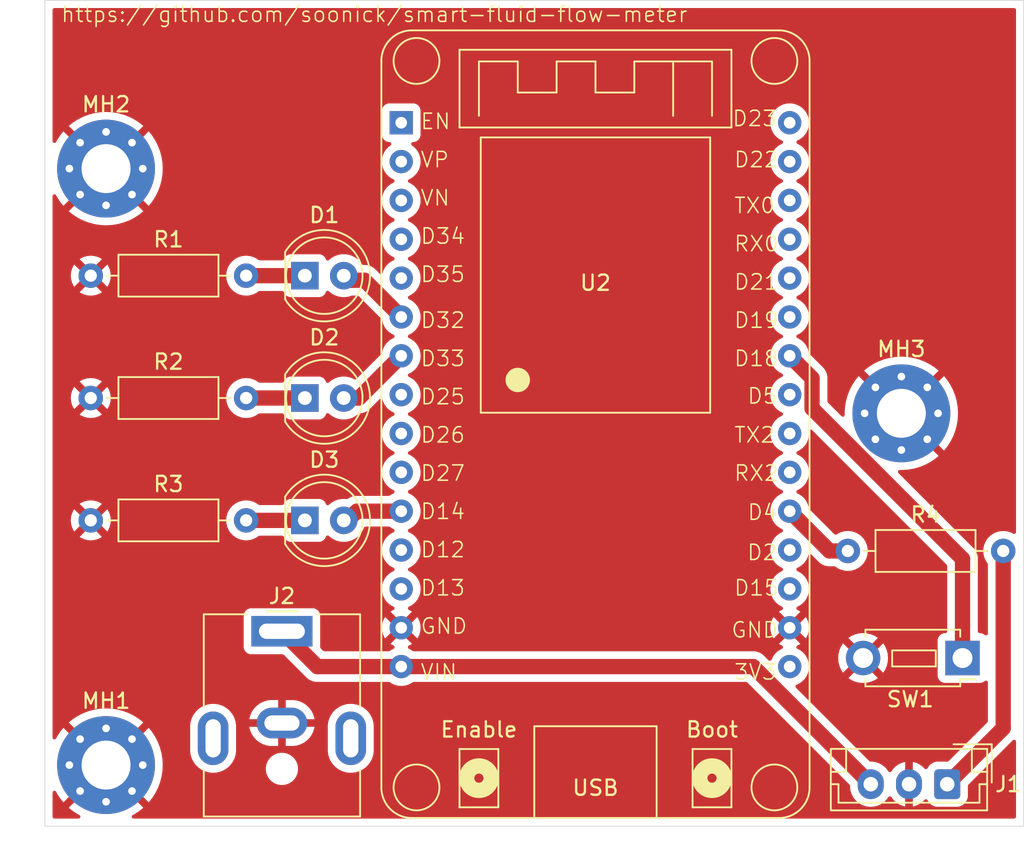
<source format=kicad_pcb>
(kicad_pcb (version 20240108) (generator "pcbnew") (generator_version "8.0")
  (layers (0 "F.Cu" signal) (31 "B.Cu" signal) (36 "B.SilkS" user "B.Silkscreen") (37 "F.SilkS" user "F.Silkscreen") (38 "B.Mask" user) (39 "F.Mask" user) (44 "Edge.Cuts" user))
  (net 0 "")
  (net 1 "0")
  (net 2 "Net-(D1-A)")
  (net 3 "Net-(D1-K)")
  (net 4 "Net-(D2-K)")
  (net 5 "Net-(D2-A)")
  (net 6 "Net-(D3-K)")
  (net 7 "Net-(D3-A)")
  (net 8 "Net-(J1-Pin_1)")
  (net 9 "Net-(U2-D4)")
  (net 10 "Net-(U2-D18)")
  (net 33 "Net-(J1-Pin_3)")
  (footprint "Resistor_THT:R_Axial_DIN0207_L6.3mm_D2.5mm_P10.16mm_Horizontal" (layer "F.Cu") (at 67 68)
    (property "Reference" "R2" (at 5.08 -2.37 0) (layer "F.SilkS"))
    (property "Value" "100")
    (fp_line (start 1.04 0) (end 1.81 0) (stroke (width 0.12)) (layer "F.SilkS"))
    (fp_line (start 1.81 -1.37) (end 1.81 1.37) (stroke (width 0.12)) (layer "F.SilkS"))
    (fp_line (start 1.81 1.37) (end 8.35 1.37) (stroke (width 0.12)) (layer "F.SilkS"))
    (fp_line (start 8.35 -1.37) (end 1.81 -1.37) (stroke (width 0.12)) (layer "F.SilkS"))
    (fp_line (start 8.35 1.37) (end 8.35 -1.37) (stroke (width 0.12)) (layer "F.SilkS"))
    (fp_line (start 9.12 0) (end 8.35 0) (stroke (width 0.12)) (layer "F.SilkS"))
    (pad "1" thru_hole circle (at 0 0) (size 1.6 1.6) (drill 0.8) (layers "*.Cu" "*.Mask") (net 1 "0"))
    (pad "2" thru_hole oval (at 10.16 0) (size 1.6 1.6) (drill 0.8) (layers "*.Cu" "*.Mask") (net 4 "Net-(D2-K)"))
  )
  (footprint "Connector_BarrelJack:BarrelJack_CUI_PJ-063AH_Horizontal" (layer "F.Cu") (at 79.5 83.25)
    (property "Reference" "J2" (at 0 -2.3 0) (layer "F.SilkS"))
    (property "Value" "Barrel_Jack")
    (fp_line (start -5.11 -1.11) (end -2.3 -1.11) (stroke (width 0.12)) (layer "F.SilkS"))
    (fp_line (start -5.11 4.95) (end -5.11 -1.11) (stroke (width 0.12)) (layer "F.SilkS"))
    (fp_line (start -5.11 12.11) (end -5.11 9.05) (stroke (width 0.12)) (layer "F.SilkS"))
    (fp_line (start -1 -1.3) (end 1 -1.3) (stroke (width 0.12)) (layer "F.SilkS"))
    (fp_line (start 2.3 -1.11) (end 5.11 -1.11) (stroke (width 0.12)) (layer "F.SilkS"))
    (fp_line (start 5.11 -1.11) (end 5.11 4.95) (stroke (width 0.12)) (layer "F.SilkS"))
    (fp_line (start 5.11 9.05) (end 5.11 12.11) (stroke (width 0.12)) (layer "F.SilkS"))
    (fp_line (start 5.11 12.11) (end -5.11 12.11) (stroke (width 0.12)) (layer "F.SilkS"))
    (pad "" np_thru_hole circle (at 0 9) (size 1.6 1.6) (drill 1.6) (layers "*.Cu" "*.Mask"))
    (pad "1" thru_hole rect (at 0 0) (size 4 2) (drill oval 3 1) (layers "*.Cu" "*.Mask") (net 33 "Net-(J1-Pin_3)"))
    (pad "2" thru_hole oval (at 0 6) (size 3.3 2) (drill oval 2.3 1) (layers "*.Cu" "*.Mask") (net 1 "0"))
    (pad "MP" thru_hole oval (at -4.5 7) (size 2 3.5) (drill oval 1 2.5) (layers "*.Cu" "*.Mask"))
    (pad "MP" thru_hole oval (at 4.5 7) (size 2 3.5) (drill oval 1 2.5) (layers "*.Cu" "*.Mask"))
  )
  (footprint "Connector_JST:JST_EH_B3B-EH-A_1x03_P2.50mm_Vertical" (layer "F.Cu") (at 123 93.25 180)
    (property "Reference" "J1" (at -4 0 0) (layer "F.SilkS"))
    (property "Value" "YF-S201")
    (fp_line (start 7.61 2.31) (end 7.61 -1.71) (stroke (width 0.12)) (layer "F.SilkS"))
    (fp_line (start 7.61 0.81) (end 6.61 0.81) (stroke (width 0.12)) (layer "F.SilkS"))
    (fp_line (start 7.61 -1.71) (end -2.61 -1.71) (stroke (width 0.12)) (layer "F.SilkS"))
    (fp_line (start 7.11 0) (end 7.61 0) (stroke (width 0.12)) (layer "F.SilkS"))
    (fp_line (start 7.11 -1.21) (end 7.11 0) (stroke (width 0.12)) (layer "F.SilkS"))
    (fp_line (start 6.61 0.81) (end 6.61 2.31) (stroke (width 0.12)) (layer "F.SilkS"))
    (fp_line (start -1.61 0.81) (end -1.61 2.31) (stroke (width 0.12)) (layer "F.SilkS"))
    (fp_line (start -2.11 0) (end -2.11 -1.21) (stroke (width 0.12)) (layer "F.SilkS"))
    (fp_line (start -2.11 -1.21) (end 7.11 -1.21) (stroke (width 0.12)) (layer "F.SilkS"))
    (fp_line (start -2.61 2.31) (end 7.61 2.31) (stroke (width 0.12)) (layer "F.SilkS"))
    (fp_line (start -2.61 0.81) (end -1.61 0.81) (stroke (width 0.12)) (layer "F.SilkS"))
    (fp_line (start -2.61 0) (end -2.11 0) (stroke (width 0.12)) (layer "F.SilkS"))
    (fp_line (start -2.61 -1.71) (end -2.61 2.31) (stroke (width 0.12)) (layer "F.SilkS"))
    (fp_line (start -2.91 2.61) (end -0.41 2.61) (stroke (width 0.12)) (layer "F.SilkS"))
    (fp_line (start -2.91 0.11) (end -2.91 2.61) (stroke (width 0.12)) (layer "F.SilkS"))
    (pad "1" thru_hole roundrect (at 0 0 180) (size 1.7 1.95) (drill 0.95) (layers "*.Cu" "*.Mask") (roundrect_rratio 0.147059) (net 8 "Net-(J1-Pin_1)"))
    (pad "2" thru_hole oval (at 2.5 0 180) (size 1.7 1.95) (drill 0.95) (layers "*.Cu" "*.Mask") (net 1 "0"))
    (pad "3" thru_hole oval (at 5 0 180) (size 1.7 1.95) (drill 0.95) (layers "*.Cu" "*.Mask") (net 33 "Net-(J1-Pin_3)"))
  )
  (footprint "Resistor_THT:R_Axial_DIN0207_L6.3mm_D2.5mm_P10.16mm_Horizontal" (layer "F.Cu") (at 116.5 78)
    (property "Reference" "R4" (at 5.08 -2.37 0) (layer "F.SilkS"))
    (property "Value" "3.3M")
    (fp_line (start 1.04 0) (end 1.81 0) (stroke (width 0.12)) (layer "F.SilkS"))
    (fp_line (start 1.81 -1.37) (end 1.81 1.37) (stroke (width 0.12)) (layer "F.SilkS"))
    (fp_line (start 1.81 1.37) (end 8.35 1.37) (stroke (width 0.12)) (layer "F.SilkS"))
    (fp_line (start 8.35 -1.37) (end 1.81 -1.37) (stroke (width 0.12)) (layer "F.SilkS"))
    (fp_line (start 8.35 1.37) (end 8.35 -1.37) (stroke (width 0.12)) (layer "F.SilkS"))
    (fp_line (start 9.12 0) (end 8.35 0) (stroke (width 0.12)) (layer "F.SilkS"))
    (pad "1" thru_hole circle (at 0 0) (size 1.6 1.6) (drill 0.8) (layers "*.Cu" "*.Mask") (net 9 "Net-(U2-D4)"))
    (pad "2" thru_hole oval (at 10.16 0) (size 1.6 1.6) (drill 0.8) (layers "*.Cu" "*.Mask") (net 8 "Net-(J1-Pin_1)"))
  )
  (footprint "MountingHole:MountingHole_3.2mm_M3_Pad_Via" (layer "F.Cu") (at 68 92)
    (property "Reference" "MH1" (at 0 -4.2 0) (layer "F.SilkS"))
    (property "Value" "MountingHole_Pad")
    (pad "1" thru_hole circle (at -2.4 0) (size 0.8 0.8) (drill 0.5) (layers "*.Cu" "*.Mask") (net 1 "0"))
    (pad "1" thru_hole circle (at -1.697056 -1.697056) (size 0.8 0.8) (drill 0.5) (layers "*.Cu" "*.Mask") (net 1 "0"))
    (pad "1" thru_hole circle (at -1.697056 1.697056) (size 0.8 0.8) (drill 0.5) (layers "*.Cu" "*.Mask") (net 1 "0"))
    (pad "1" thru_hole circle (at 0 -2.4) (size 0.8 0.8) (drill 0.5) (layers "*.Cu" "*.Mask") (net 1 "0"))
    (pad "1" thru_hole circle (at 0 0) (size 6.4 6.4) (drill 3.2) (layers "*.Cu" "*.Mask") (net 1 "0"))
    (pad "1" thru_hole circle (at 0 2.4) (size 0.8 0.8) (drill 0.5) (layers "*.Cu" "*.Mask") (net 1 "0"))
    (pad "1" thru_hole circle (at 1.697056 -1.697056) (size 0.8 0.8) (drill 0.5) (layers "*.Cu" "*.Mask") (net 1 "0"))
    (pad "1" thru_hole circle (at 1.697056 1.697056) (size 0.8 0.8) (drill 0.5) (layers "*.Cu" "*.Mask") (net 1 "0"))
    (pad "1" thru_hole circle (at 2.4 0) (size 0.8 0.8) (drill 0.5) (layers "*.Cu" "*.Mask") (net 1 "0"))
  )
  (footprint "Resistor_THT:R_Axial_DIN0207_L6.3mm_D2.5mm_P10.16mm_Horizontal" (layer "F.Cu") (at 67 60)
    (property "Reference" "R1" (at 5.08 -2.37 0) (layer "F.SilkS"))
    (property "Value" "220")
    (fp_line (start 1.04 0) (end 1.81 0) (stroke (width 0.12)) (layer "F.SilkS"))
    (fp_line (start 1.81 -1.37) (end 1.81 1.37) (stroke (width 0.12)) (layer "F.SilkS"))
    (fp_line (start 1.81 1.37) (end 8.35 1.37) (stroke (width 0.12)) (layer "F.SilkS"))
    (fp_line (start 8.35 -1.37) (end 1.81 -1.37) (stroke (width 0.12)) (layer "F.SilkS"))
    (fp_line (start 8.35 1.37) (end 8.35 -1.37) (stroke (width 0.12)) (layer "F.SilkS"))
    (fp_line (start 9.12 0) (end 8.35 0) (stroke (width 0.12)) (layer "F.SilkS"))
    (pad "1" thru_hole circle (at 0 0) (size 1.6 1.6) (drill 0.8) (layers "*.Cu" "*.Mask") (net 1 "0"))
    (pad "2" thru_hole oval (at 10.16 0) (size 1.6 1.6) (drill 0.8) (layers "*.Cu" "*.Mask") (net 3 "Net-(D1-K)"))
  )
  (footprint "footprints:esp32_devkit_v1" (layer "F.Cu") (at 100 50)
    (property "Reference" "U2" (at 0 10.47 0) (layer "F.SilkS"))
    (property "Value" "ESP32-DevkitV1")
    (fp_line (start -14 -4.04) (end -14 43.46) (stroke (width 0.12)) (layer "F.SilkS"))
    (fp_line (start -12 -6.04) (end 12 -6.04) (stroke (width 0.12)) (layer "F.SilkS"))
    (fp_line (start -12 45.46) (end 12 45.46) (stroke (width 0.12)) (layer "F.SilkS"))
    (fp_line (start -8.89 -4.77) (end 8.89 -4.77) (stroke (width 0.12)) (layer "F.SilkS"))
    (fp_line (start -8.89 0.31) (end -8.89 -4.77) (stroke (width 0.12)) (layer "F.SilkS"))
    (fp_line (start -8.89 40.95) (end -6.35 40.95) (stroke (width 0.12)) (layer "F.SilkS"))
    (fp_line (start -8.89 44.76) (end -8.89 40.95) (stroke (width 0.12)) (layer "F.SilkS"))
    (fp_line (start -7.62 -4.008) (end -5.08 -4.008) (stroke (width 0.12)) (layer "F.SilkS"))
    (fp_line (start -7.62 -0.452) (end -7.62 -4.008) (stroke (width 0.12)) (layer "F.SilkS"))
    (fp_line (start -7.5 0.96) (end 7.5 0.96) (stroke (width 0.12)) (layer "F.SilkS"))
    (fp_line (start -7.5 18.96) (end -7.5 0.96) (stroke (width 0.12)) (layer "F.SilkS"))
    (fp_line (start -6.35 40.95) (end -6.35 44.76) (stroke (width 0.12)) (layer "F.SilkS"))
    (fp_line (start -6.35 44.76) (end -8.89 44.76) (stroke (width 0.12)) (layer "F.SilkS"))
    (fp_line (start -5.08 -4.008) (end -5.08 -1.976) (stroke (width 0.12)) (layer "F.SilkS"))
    (fp_line (start -5.08 -1.976) (end -2.54 -1.976) (stroke (width 0.12)) (layer "F.SilkS"))
    (fp_line (start -4 39.46) (end -4 45.46) (stroke (width 0.12)) (layer "F.SilkS"))
    (fp_line (start -4 39.46) (end 4 39.46) (stroke (width 0.12)) (layer "F.SilkS"))
    (fp_line (start -2.54 -4.008) (end 0 -4.008) (stroke (width 0.12)) (layer "F.SilkS"))
    (fp_line (start -2.54 -1.976) (end -2.54 -4.008) (stroke (width 0.12)) (layer "F.SilkS"))
    (fp_line (start 0 -4.008) (end 0 -1.976) (stroke (width 0.12)) (layer "F.SilkS"))
    (fp_line (start 0 -1.976) (end 2.54 -1.976) (stroke (width 0.12)) (layer "F.SilkS"))
    (fp_line (start 2.54 -4.008) (end 7.62 -4.008) (stroke (width 0.12)) (layer "F.SilkS"))
    (fp_line (start 2.54 -1.976) (end 2.54 -4.008) (stroke (width 0.12)) (layer "F.SilkS"))
    (fp_line (start 4 39.46) (end 4 45.46) (stroke (width 0.12)) (layer "F.SilkS"))
    (fp_line (start 5.08 -4.008) (end 5.08 -0.452) (stroke (width 0.12)) (layer "F.SilkS"))
    (fp_line (start 6.35 40.95) (end 8.89 40.95) (stroke (width 0.12)) (layer "F.SilkS"))
    (fp_line (start 6.35 44.76) (end 6.35 40.95) (stroke (width 0.12)) (layer "F.SilkS"))
    (fp_line (start 7.5 0.96) (end 7.5 18.96) (stroke (width 0.12)) (layer "F.SilkS"))
    (fp_line (start 7.5 18.96) (end -7.5 18.96) (stroke (width 0.12)) (layer "F.SilkS"))
    (fp_line (start 7.62 -4.008) (end 7.62 -0.452) (stroke (width 0.12)) (layer "F.SilkS"))
    (fp_line (start 8.89 -4.77) (end 8.89 0.31) (stroke (width 0.12)) (layer "F.SilkS"))
    (fp_line (start 8.89 0.31) (end -8.89 0.31) (stroke (width 0.12)) (layer "F.SilkS"))
    (fp_line (start 8.89 40.95) (end 8.89 44.76) (stroke (width 0.12)) (layer "F.SilkS"))
    (fp_line (start 8.89 44.76) (end 6.35 44.76) (stroke (width 0.12)) (layer "F.SilkS"))
    (fp_line (start 14 43.46) (end 14 -4.04) (stroke (width 0.12)) (layer "F.SilkS"))
    (fp_arc (start -14 -4.04) (mid -13.414214 -5.454214) (end -12 -6.04) (stroke (width 0.12)) (layer "F.SilkS"))
    (fp_arc (start -12 45.46) (mid -13.414214 44.874214) (end -14 43.46) (stroke (width 0.12)) (layer "F.SilkS"))
    (fp_arc (start 12 -6.04) (mid 13.414214 -5.454214) (end 14 -4.04) (stroke (width 0.12)) (layer "F.SilkS"))
    (fp_arc (start 14 43.46) (mid 13.414214 44.874214) (end 12 45.46) (stroke (width 0.12)) (layer "F.SilkS"))
    (fp_circle (center -11.7 -4.04) (end -10.2 -4.04) (stroke (width 0.12)) (fill none) (layer "F.SilkS"))
    (fp_circle (center -11.7 43.46) (end -10.2 43.46) (stroke (width 0.12)) (fill none) (layer "F.SilkS"))
    (fp_circle (center -7.62 42.855) (end -7.32 42.855) (stroke (width 1)) (fill none) (layer "F.SilkS"))
    (fp_circle (center -5.08 16.82) (end -4.68 16.82) (stroke (width 0.8)) (fill none) (layer "F.SilkS"))
    (fp_circle (center 7.62 42.855) (end 7.92 42.855) (stroke (width 1)) (fill none) (layer "F.SilkS"))
    (fp_circle (center 11.7 -4.04) (end 13.2 -4.04) (stroke (width 0.12)) (fill none) (layer "F.SilkS"))
    (fp_circle (center 11.7 43.46) (end 13.2 43.46) (stroke (width 0.12)) (fill none) (layer "F.SilkS"))
    (fp_text user "RX0" (at 9 8.5 0) (layer "F.SilkS") (effects (font (thickness 0.1)) (justify left bottom)))
    (fp_text user "D26" (at -11.5 21 0) (layer "F.SilkS") (effects (font (thickness 0.1)) (justify left bottom)))
    (fp_text user "D27" (at -11.5 23.5 0) (layer "F.SilkS") (effects (font (thickness 0.1)) (justify left bottom)))
    (fp_text user "Boot" (at 7.62 39.68 0) (layer "F.SilkS"))
    (fp_text user "D2" (at 9.854848 28.684164 0) (layer "F.SilkS") (effects (font (thickness 0.1)) (justify left bottom)))
    (fp_text user "D32" (at -11.5 13.5 0) (layer "F.SilkS") (effects (font (thickness 0.1)) (justify left bottom)))
    (fp_text user "TX0" (at 9 6 0) (layer "F.SilkS") (effects (font (thickness 0.1)) (justify left bottom)))
    (fp_text user "EN" (at -11.5 0.5 0) (layer "F.SilkS") (effects (font (thickness 0.1)) (justify left bottom)))
    (fp_text user "D14" (at -11.5 26 0) (layer "F.SilkS") (effects (font (thickness 0.1)) (justify left bottom)))
    (fp_text user "D13" (at -11.5 31 0) (layer "F.SilkS") (effects (font (thickness 0.1)) (justify left bottom)))
    (fp_text user "D21" (at 9 11 0) (layer "F.SilkS") (effects (font (thickness 0.1)) (justify left bottom)))
    (fp_text user "D12" (at -11.5 28.5 0) (layer "F.SilkS") (effects (font (thickness 0.1)) (justify left bottom)))
    (fp_text user "D15" (at 9 31 0) (layer "F.SilkS") (effects (font (thickness 0.1)) (justify left bottom)))
    (fp_text user "Enable" (at -7.62 39.68 0) (layer "F.SilkS"))
    (fp_text user "D23" (at 8.89 0.31 0) (layer "F.SilkS") (effects (font (thickness 0.1)) (justify left bottom)))
    (fp_text user "VIN" (at -11.5 36.5 0) (layer "F.SilkS") (effects (font (thickness 0.1)) (justify left bottom)))
    (fp_text user "D34" (at -11.5 8 0) (layer "F.SilkS") (effects (font (thickness 0.1)) (justify left bottom)))
    (fp_text user "D35" (at -11.5 10.5 0) (layer "F.SilkS") (effects (font (thickness 0.1)) (justify left bottom)))
    (fp_text user "D4" (at 9.881382 26.057228 0) (layer "F.SilkS") (effects (font (thickness 0.1)) (justify left bottom)))
    (fp_text user "RX2" (at 9 23.5 0) (layer "F.SilkS") (effects (font (thickness 0.1)) (justify left bottom)))
    (fp_text user "3V3" (at 9 36.5 0) (layer "F.SilkS") (effects (font (thickness 0.1)) (justify left bottom)))
    (fp_text user "D22" (at 9 3 0) (layer "F.SilkS") (effects (font (thickness 0.1)) (justify left bottom)))
    (fp_text user "VN" (at -11.5 5.5 0) (layer "F.SilkS") (effects (font (thickness 0.1)) (justify left bottom)))
    (fp_text user "GND" (at 8.819994 33.752293 0) (layer "F.SilkS") (effects (font (thickness 0.1)) (justify left bottom)))
    (fp_text user "D5" (at 9.873063 18.453671 0) (layer "F.SilkS") (effects (font (thickness 0.1)) (justify left bottom)))
    (fp_text user "D19" (at 9 13.5 0) (layer "F.SilkS") (effects (font (thickness 0.1)) (justify left bottom)))
    (fp_text user "D18" (at 9 16 0) (layer "F.SilkS") (effects (font (thickness 0.1)) (justify left bottom)))
    (fp_text user "D25" (at -11.5 18.5 0) (layer "F.SilkS") (effects (font (thickness 0.1)) (justify left bottom)))
    (fp_text user "USB" (at 0 43.49 0) (layer "F.SilkS"))
    (fp_text user "D33" (at -11.5 16 0) (layer "F.SilkS") (effects (font (thickness 0.1)) (justify left bottom)))
    (fp_text user "TX2" (at 9 21 0) (layer "F.SilkS") (effects (font (thickness 0.1)) (justify left bottom)))
    (fp_text user "GND" (at -11.5 33.5 0) (layer "F.SilkS") (effects (font (thickness 0.1)) (justify left bottom)))
    (fp_text user "VP" (at -11.5 3 0) (layer "F.SilkS") (effects (font (thickness 0.1)) (justify left bottom)))
    (pad "1" thru_hole circle (at 12.7 35.56) (size 1.524 1.524) (drill 0.762) (layers "*.Cu" "*.Mask"))
    (pad "2" thru_hole circle (at 12.7 33.02) (size 1.524 1.524) (drill 0.762) (layers "*.Cu" "*.Mask") (net 1 "0"))
    (pad "3" thru_hole circle (at 12.7 30.48) (size 1.524 1.524) (drill 0.762) (layers "*.Cu" "*.Mask"))
    (pad "4" thru_hole circle (at 12.7 27.94) (size 1.524 1.524) (drill 0.762) (layers "*.Cu" "*.Mask"))
    (pad "5" thru_hole circle (at 12.7 25.4) (size 1.524 1.524) (drill 0.762) (layers "*.Cu" "*.Mask") (net 9 "Net-(U2-D4)"))
    (pad "6" thru_hole circle (at 12.7 22.86) (size 1.524 1.524) (drill 0.762) (layers "*.Cu" "*.Mask"))
    (pad "7" thru_hole circle (at 12.7 20.32) (size 1.524 1.524) (drill 0.762) (layers "*.Cu" "*.Mask"))
    (pad "8" thru_hole circle (at 12.7 17.78) (size 1.524 1.524) (drill 0.762) (layers "*.Cu" "*.Mask"))
    (pad "9" thru_hole circle (at 12.7 15.24) (size 1.524 1.524) (drill 0.762) (layers "*.Cu" "*.Mask") (net 10 "Net-(U2-D18)"))
    (pad "10" thru_hole circle (at 12.7 12.7) (size 1.524 1.524) (drill 0.762) (layers "*.Cu" "*.Mask"))
    (pad "11" thru_hole circle (at 12.7 10.16) (size 1.524 1.524) (drill 0.762) (layers "*.Cu" "*.Mask"))
    (pad "12" thru_hole circle (at 12.7 7.62) (size 1.524 1.524) (drill 0.762) (layers "*.Cu" "*.Mask"))
    (pad "13" thru_hole circle (at 12.7 5.08) (size 1.524 1.524) (drill 0.762) (layers "*.Cu" "*.Mask"))
    (pad "14" thru_hole circle (at 12.7 2.54) (size 1.524 1.524) (drill 0.762) (layers "*.Cu" "*.Mask"))
    (pad "15" thru_hole circle (at 12.7 0) (size 1.524 1.524) (drill 0.762) (layers "*.Cu" "*.Mask"))
    (pad "16" thru_hole rect (at -12.7 0) (size 1.524 1.524) (drill 0.762) (layers "*.Cu" "*.Mask"))
    (pad "17" thru_hole circle (at -12.7 2.54) (size 1.524 1.524) (drill 0.762) (layers "*.Cu" "*.Mask"))
    (pad "18" thru_hole circle (at -12.7 5.08) (size 1.524 1.524) (drill 0.762) (layers "*.Cu" "*.Mask"))
    (pad "19" thru_hole circle (at -12.7 7.62) (size 1.524 1.524) (drill 0.762) (layers "*.Cu" "*.Mask"))
    (pad "20" thru_hole circle (at -12.7 10.16) (size 1.524 1.524) (drill 0.762) (layers "*.Cu" "*.Mask"))
    (pad "21" thru_hole circle (at -12.7 12.7) (size 1.524 1.524) (drill 0.762) (layers "*.Cu" "*.Mask") (net 2 "Net-(D1-A)"))
    (pad "22" thru_hole circle (at -12.7 15.24) (size 1.524 1.524) (drill 0.762) (layers "*.Cu" "*.Mask") (net 5 "Net-(D2-A)"))
    (pad "23" thru_hole circle (at -12.7 17.78) (size 1.524 1.524) (drill 0.762) (layers "*.Cu" "*.Mask"))
    (pad "24" thru_hole circle (at -12.7 20.32) (size 1.524 1.524) (drill 0.762) (layers "*.Cu" "*.Mask"))
    (pad "25" thru_hole circle (at -12.7 22.86) (size 1.524 1.524) (drill 0.762) (layers "*.Cu" "*.Mask"))
    (pad "26" thru_hole circle (at -12.7 25.4) (size 1.524 1.524) (drill 0.762) (layers "*.Cu" "*.Mask") (net 7 "Net-(D3-A)"))
    (pad "27" thru_hole circle (at -12.7 27.94) (size 1.524 1.524) (drill 0.762) (layers "*.Cu" "*.Mask"))
    (pad "28" thru_hole circle (at -12.7 30.48) (size 1.524 1.524) (drill 0.762) (layers "*.Cu" "*.Mask"))
    (pad "29" thru_hole circle (at -12.7 33.02) (size 1.524 1.524) (drill 0.762) (layers "*.Cu" "*.Mask") (net 1 "0"))
    (pad "30" thru_hole circle (at -12.7 35.56) (size 1.524 1.524) (drill 0.762) (layers "*.Cu" "*.Mask") (net 33 "Net-(J1-Pin_3)"))
  )
  (footprint "MountingHole:MountingHole_3.2mm_M3_Pad_Via" (layer "F.Cu") (at 68 53)
    (property "Reference" "MH2" (at 0 -4.2 0) (layer "F.SilkS"))
    (property "Value" "MountingHole_Pad")
    (pad "1" thru_hole circle (at -2.4 0) (size 0.8 0.8) (drill 0.5) (layers "*.Cu" "*.Mask") (net 1 "0"))
    (pad "1" thru_hole circle (at -1.697056 -1.697056) (size 0.8 0.8) (drill 0.5) (layers "*.Cu" "*.Mask") (net 1 "0"))
    (pad "1" thru_hole circle (at -1.697056 1.697056) (size 0.8 0.8) (drill 0.5) (layers "*.Cu" "*.Mask") (net 1 "0"))
    (pad "1" thru_hole circle (at 0 -2.4) (size 0.8 0.8) (drill 0.5) (layers "*.Cu" "*.Mask") (net 1 "0"))
    (pad "1" thru_hole circle (at 0 0) (size 6.4 6.4) (drill 3.2) (layers "*.Cu" "*.Mask") (net 1 "0"))
    (pad "1" thru_hole circle (at 0 2.4) (size 0.8 0.8) (drill 0.5) (layers "*.Cu" "*.Mask") (net 1 "0"))
    (pad "1" thru_hole circle (at 1.697056 -1.697056) (size 0.8 0.8) (drill 0.5) (layers "*.Cu" "*.Mask") (net 1 "0"))
    (pad "1" thru_hole circle (at 1.697056 1.697056) (size 0.8 0.8) (drill 0.5) (layers "*.Cu" "*.Mask") (net 1 "0"))
    (pad "1" thru_hole circle (at 2.4 0) (size 0.8 0.8) (drill 0.5) (layers "*.Cu" "*.Mask") (net 1 "0"))
  )
  (footprint "LED_THT:LED_D5.0mm" (layer "F.Cu") (at 81 68)
    (property "Reference" "D2" (at 1.27 -3.96 0) (layer "F.SilkS"))
    (property "Value" "Yellow LED")
    (fp_line (start -1.29 -1.545) (end -1.29 1.545) (stroke (width 0.12)) (layer "F.SilkS"))
    (fp_arc (start -1.29 -1.54483) (mid 2.072002 -2.880433) (end 4.26 0.000462) (stroke (width 0.12)) (layer "F.SilkS"))
    (fp_arc (start 4.26 -0.000462) (mid 2.072002 2.880433) (end -1.29 1.54483) (stroke (width 0.12)) (layer "F.SilkS"))
    (fp_circle (center 1.27 0) (end 3.77 0) (stroke (width 0.12)) (fill none) (layer "F.SilkS"))
    (pad "1" thru_hole rect (at 0 0) (size 1.8 1.8) (drill 0.9) (layers "*.Cu" "*.Mask") (net 4 "Net-(D2-K)"))
    (pad "2" thru_hole circle (at 2.54 0) (size 1.8 1.8) (drill 0.9) (layers "*.Cu" "*.Mask") (net 5 "Net-(D2-A)"))
  )
  (footprint "Resistor_THT:R_Axial_DIN0207_L6.3mm_D2.5mm_P10.16mm_Horizontal" (layer "F.Cu") (at 67 76)
    (property "Reference" "R3" (at 5.08 -2.37 0) (layer "F.SilkS"))
    (property "Value" "220")
    (fp_line (start 1.04 0) (end 1.81 0) (stroke (width 0.12)) (layer "F.SilkS"))
    (fp_line (start 1.81 -1.37) (end 1.81 1.37) (stroke (width 0.12)) (layer "F.SilkS"))
    (fp_line (start 1.81 1.37) (end 8.35 1.37) (stroke (width 0.12)) (layer "F.SilkS"))
    (fp_line (start 8.35 -1.37) (end 1.81 -1.37) (stroke (width 0.12)) (layer "F.SilkS"))
    (fp_line (start 8.35 1.37) (end 8.35 -1.37) (stroke (width 0.12)) (layer "F.SilkS"))
    (fp_line (start 9.12 0) (end 8.35 0) (stroke (width 0.12)) (layer "F.SilkS"))
    (pad "1" thru_hole circle (at 0 0) (size 1.6 1.6) (drill 0.8) (layers "*.Cu" "*.Mask") (net 1 "0"))
    (pad "2" thru_hole oval (at 10.16 0) (size 1.6 1.6) (drill 0.8) (layers "*.Cu" "*.Mask") (net 6 "Net-(D3-K)"))
  )
  (footprint "MountingHole:MountingHole_3.2mm_M3_Pad_Via" (layer "F.Cu") (at 120 69)
    (property "Reference" "MH3" (at 0 -4.2 0) (layer "F.SilkS"))
    (property "Value" "MountingHole_Pad")
    (pad "1" thru_hole circle (at -2.4 0) (size 0.8 0.8) (drill 0.5) (layers "*.Cu" "*.Mask") (net 1 "0"))
    (pad "1" thru_hole circle (at -1.697056 -1.697056) (size 0.8 0.8) (drill 0.5) (layers "*.Cu" "*.Mask") (net 1 "0"))
    (pad "1" thru_hole circle (at -1.697056 1.697056) (size 0.8 0.8) (drill 0.5) (layers "*.Cu" "*.Mask") (net 1 "0"))
    (pad "1" thru_hole circle (at 0 -2.4) (size 0.8 0.8) (drill 0.5) (layers "*.Cu" "*.Mask") (net 1 "0"))
    (pad "1" thru_hole circle (at 0 0) (size 6.4 6.4) (drill 3.2) (layers "*.Cu" "*.Mask") (net 1 "0"))
    (pad "1" thru_hole circle (at 0 2.4) (size 0.8 0.8) (drill 0.5) (layers "*.Cu" "*.Mask") (net 1 "0"))
    (pad "1" thru_hole circle (at 1.697056 -1.697056) (size 0.8 0.8) (drill 0.5) (layers "*.Cu" "*.Mask") (net 1 "0"))
    (pad "1" thru_hole circle (at 1.697056 1.697056) (size 0.8 0.8) (drill 0.5) (layers "*.Cu" "*.Mask") (net 1 "0"))
    (pad "1" thru_hole circle (at 2.4 0) (size 0.8 0.8) (drill 0.5) (layers "*.Cu" "*.Mask") (net 1 "0"))
  )
  (footprint "LED_THT:LED_D5.0mm" (layer "F.Cu") (at 81 60)
    (property "Reference" "D1" (at 1.27 -3.96 0) (layer "F.SilkS"))
    (property "Value" "Green LED")
    (fp_line (start -1.29 -1.545) (end -1.29 1.545) (stroke (width 0.12)) (layer "F.SilkS"))
    (fp_arc (start -1.29 -1.54483) (mid 2.072002 -2.880433) (end 4.26 0.000462) (stroke (width 0.12)) (layer "F.SilkS"))
    (fp_arc (start 4.26 -0.000462) (mid 2.072002 2.880433) (end -1.29 1.54483) (stroke (width 0.12)) (layer "F.SilkS"))
    (fp_circle (center 1.27 0) (end 3.77 0) (stroke (width 0.12)) (fill none) (layer "F.SilkS"))
    (pad "1" thru_hole rect (at 0 0) (size 1.8 1.8) (drill 0.9) (layers "*.Cu" "*.Mask") (net 3 "Net-(D1-K)"))
    (pad "2" thru_hole circle (at 2.54 0) (size 1.8 1.8) (drill 0.9) (layers "*.Cu" "*.Mask") (net 2 "Net-(D1-A)"))
  )
  (footprint "Button_Switch_THT:SW_PUSH_1P1T_6x3.5mm_H4.3_APEM_MJTP1243" (layer "F.Cu") (at 124 85 180)
    (property "Reference" "SW1" (at 3.42 -2.7 0) (layer "F.SilkS"))
    (property "Value" "Factory reset button")
    (fp_line (start 6.35 1.39) (end 6.35 1.85) (stroke (width 0.12)) (layer "F.SilkS"))
    (fp_line (start 6.35 -1.85) (end 6.35 -1.39) (stroke (width 0.12)) (layer "F.SilkS"))
    (fp_line (start 6.35 -1.85) (end 0.15 -1.85) (stroke (width 0.12)) (layer "F.SilkS"))
    (fp_line (start 0.15 1.85) (end 6.35 1.85) (stroke (width 0.12)) (layer "F.SilkS"))
    (fp_line (start 0.15 1.39) (end 0.15 1.85) (stroke (width 0.12)) (layer "F.SilkS"))
    (fp_line (start 0.15 -1.39) (end -0.85 -1.39) (stroke (width 0.12)) (layer "F.SilkS"))
    (fp_line (start 0.15 -1.85) (end 0.15 -1.39) (stroke (width 0.12)) (layer "F.SilkS"))
    (fp_rect (start 1.75 -0.55) (end 4.6 0.5) (stroke (width 0.12)) (fill none) (layer "F.SilkS"))
    (pad "1" thru_hole rect (at 0 0 270) (size 2.25 2.25) (drill 1.3) (layers "*.Cu" "*.Mask") (net 10 "Net-(U2-D18)"))
    (pad "2" thru_hole circle (at 6.5 0 270) (size 2.25 2.25) (drill 1.3) (layers "*.Cu" "*.Mask") (net 1 "0"))
  )
  (footprint "LED_THT:LED_D5.0mm" (layer "F.Cu") (at 81 76)
    (property "Reference" "D3" (at 1.27 -3.96 0) (layer "F.SilkS"))
    (property "Value" "Red LED")
    (fp_line (start -1.29 -1.545) (end -1.29 1.545) (stroke (width 0.12)) (layer "F.SilkS"))
    (fp_arc (start -1.29 -1.54483) (mid 2.072002 -2.880433) (end 4.26 0.000462) (stroke (width 0.12)) (layer "F.SilkS"))
    (fp_arc (start 4.26 -0.000462) (mid 2.072002 2.880433) (end -1.29 1.54483) (stroke (width 0.12)) (layer "F.SilkS"))
    (fp_circle (center 1.27 0) (end 3.77 0) (stroke (width 0.12)) (fill none) (layer "F.SilkS"))
    (pad "1" thru_hole rect (at 0 0) (size 1.8 1.8) (drill 0.9) (layers "*.Cu" "*.Mask") (net 6 "Net-(D3-K)"))
    (pad "2" thru_hole circle (at 2.54 0) (size 1.8 1.8) (drill 0.9) (layers "*.Cu" "*.Mask") (net 7 "Net-(D3-A)"))
  )
  (gr_line (start 64 96) (end 128 96) (stroke (width 0.05)) (layer "Edge.Cuts"))
  (gr_line (start 128 96) (end 128 42) (stroke (width 0.05)) (layer "Edge.Cuts"))
  (gr_line (start 64 42) (end 128 42) (stroke (width 0.05)) (layer "Edge.Cuts"))
  (gr_line (start 64 42) (end 64 96) (stroke (width 0.05)) (layer "Edge.Cuts"))
  (gr_text "https://github.com/soonick/smart-fluid-flow-meter" (at 65 43.5 0) (layer "F.SilkS") (effects (font (size 1 1) (thickness 0.1)) (justify left bottom)))
  (segment (start 70.4 92) (end 70.8 92.4) (width 0.2) (layer "F.Cu") (net 1))
  (segment (start 120.5 93.25) (end 120.5 93.225) (width 1) (layer "F.Cu") (net 1))
  (segment (start 67 91) (end 68 92) (width 0.2) (layer "F.Cu") (net 1))
  (segment (start 84.9 60.3) (end 87.3 62.7) (width 1) (layer "F.Cu") (net 2))
  (segment (start 84.05 60.3) (end 84.9 60.3) (width 1) (layer "F.Cu") (net 2))
  (segment (start 83.75 60) (end 84.05 60.3) (width 1) (layer "F.Cu") (net 2))
  (segment (start 83.54 60) (end 83.75 60) (width 1) (layer "F.Cu") (net 2))
  (segment (start 77.16 60) (end 81 60) (width 1) (layer "F.Cu") (net 3))
  (segment (start 77.16 68) (end 81 68) (width 1) (layer "F.Cu") (net 4))
  (segment (start 84.54 68) (end 87.3 65.24) (width 1) (layer "F.Cu") (net 5))
  (segment (start 83.54 68) (end 84.54 68) (width 1) (layer "F.Cu") (net 5))
  (segment (start 77.16 76) (end 81 76) (width 1) (layer "F.Cu") (net 6))
  (segment (start 84.14 75.4) (end 83.54 76) (width 0.2) (layer "F.Cu") (net 7))
  (segment (start 83.8 76) (end 84.4 75.4) (width 1) (layer "F.Cu") (net 7))
  (segment (start 83.54 76) (end 83.8 76) (width 0.2) (layer "F.Cu") (net 7))
  (segment (start 84.4 75.4) (end 87.3 75.4) (width 1) (layer "F.Cu") (net 7))
  (segment (start 123 93.25) (end 126.66 89.59) (width 1) (layer "F.Cu") (net 8))
  (segment (start 126.66 89.59) (end 126.66 78) (width 1) (layer "F.Cu") (net 8))
  (segment (start 115.3 78) (end 112.7 75.4) (width 1) (layer "F.Cu") (net 9))
  (segment (start 116.5 78) (end 115.3 78) (width 1) (layer "F.Cu") (net 9))
  (segment (start 124 78.515433) (end 114.162 68.677433) (width 1) (layer "F.Cu") (net 10))
  (segment (start 114.162 68.677433) (end 114.162 66.702) (width 1) (layer "F.Cu") (net 10))
  (segment (start 124 78.515433) (end 124 85) (width 1) (layer "F.Cu") (net 10))
  (segment (start 114.162 66.702) (end 112.7 65.24) (width 1) (layer "F.Cu") (net 10))
  (segment (start 81.81 85.56) (end 79.5 83.25) (width 1) (layer "F.Cu") (net 33))
  (segment (start 110.31 85.56) (end 118 93.25) (width 1) (layer "F.Cu") (net 33))
  (segment (start 87.3 85.56) (end 81.81 85.56) (width 1) (layer "F.Cu") (net 33))
  (segment (start 87.3 85.56) (end 110.31 85.56) (width 1) (layer "F.Cu") (net 33))
  (zone (net 1) (net_name "0") (layer "F.Cu") (connect_pads (clearance 0.5)) (min_thickness 0.25) (fill yes (thermal_gap 0.5) (thermal_bridge_width 0.5))
    (polygon (pts (xy 64.025 42) (xy 64.025 95.975) (xy 128 95.975) (xy 128 42.05) (xy 127.95 42)))
  )
)
</source>
